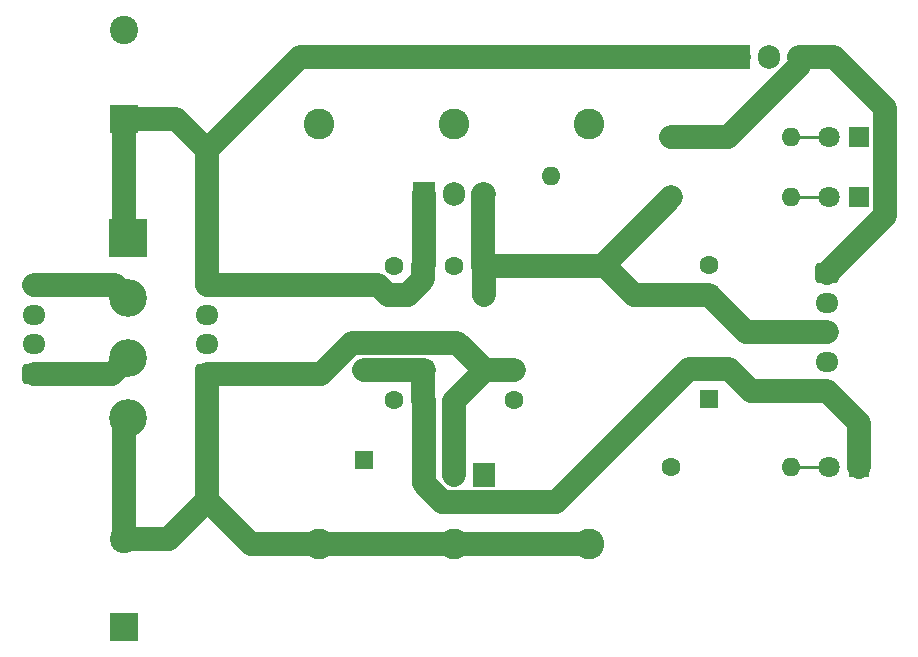
<source format=gtl>
G04 #@! TF.GenerationSoftware,KiCad,Pcbnew,(6.0.11)*
G04 #@! TF.CreationDate,2023-12-29T12:30:20+09:00*
G04 #@! TF.ProjectId,12V_Dual_5V_PSU,3132565f-4475-4616-9c5f-35565f505355,Ver. 1.1a*
G04 #@! TF.SameCoordinates,Original*
G04 #@! TF.FileFunction,Copper,L1,Top*
G04 #@! TF.FilePolarity,Positive*
%FSLAX46Y46*%
G04 Gerber Fmt 4.6, Leading zero omitted, Abs format (unit mm)*
G04 Created by KiCad (PCBNEW (6.0.11)) date 2023-12-29 12:30:20*
%MOMM*%
%LPD*%
G01*
G04 APERTURE LIST*
G04 Aperture macros list*
%AMRoundRect*
0 Rectangle with rounded corners*
0 $1 Rounding radius*
0 $2 $3 $4 $5 $6 $7 $8 $9 X,Y pos of 4 corners*
0 Add a 4 corners polygon primitive as box body*
4,1,4,$2,$3,$4,$5,$6,$7,$8,$9,$2,$3,0*
0 Add four circle primitives for the rounded corners*
1,1,$1+$1,$2,$3*
1,1,$1+$1,$4,$5*
1,1,$1+$1,$6,$7*
1,1,$1+$1,$8,$9*
0 Add four rect primitives between the rounded corners*
20,1,$1+$1,$2,$3,$4,$5,0*
20,1,$1+$1,$4,$5,$6,$7,0*
20,1,$1+$1,$6,$7,$8,$9,0*
20,1,$1+$1,$8,$9,$2,$3,0*%
G04 Aperture macros list end*
G04 #@! TA.AperFunction,ComponentPad*
%ADD10C,1.600000*%
G04 #@! TD*
G04 #@! TA.AperFunction,ComponentPad*
%ADD11O,1.600000X1.600000*%
G04 #@! TD*
G04 #@! TA.AperFunction,ComponentPad*
%ADD12R,1.600000X1.600000*%
G04 #@! TD*
G04 #@! TA.AperFunction,ComponentPad*
%ADD13C,3.200000*%
G04 #@! TD*
G04 #@! TA.AperFunction,ComponentPad*
%ADD14R,3.200000X3.200000*%
G04 #@! TD*
G04 #@! TA.AperFunction,ComponentPad*
%ADD15RoundRect,0.250000X0.725000X-0.600000X0.725000X0.600000X-0.725000X0.600000X-0.725000X-0.600000X0*%
G04 #@! TD*
G04 #@! TA.AperFunction,ComponentPad*
%ADD16O,1.950000X1.700000*%
G04 #@! TD*
G04 #@! TA.AperFunction,ComponentPad*
%ADD17O,1.905000X2.000000*%
G04 #@! TD*
G04 #@! TA.AperFunction,ComponentPad*
%ADD18R,1.905000X2.000000*%
G04 #@! TD*
G04 #@! TA.AperFunction,ComponentPad*
%ADD19C,2.600000*%
G04 #@! TD*
G04 #@! TA.AperFunction,ComponentPad*
%ADD20R,1.800000X1.800000*%
G04 #@! TD*
G04 #@! TA.AperFunction,ComponentPad*
%ADD21C,1.800000*%
G04 #@! TD*
G04 #@! TA.AperFunction,ComponentPad*
%ADD22R,2.400000X2.400000*%
G04 #@! TD*
G04 #@! TA.AperFunction,ComponentPad*
%ADD23C,2.400000*%
G04 #@! TD*
G04 #@! TA.AperFunction,ComponentPad*
%ADD24RoundRect,0.250000X-0.725000X0.600000X-0.725000X-0.600000X0.725000X-0.600000X0.725000X0.600000X0*%
G04 #@! TD*
G04 #@! TA.AperFunction,Conductor*
%ADD25C,2.000000*%
G04 #@! TD*
G04 #@! TA.AperFunction,Conductor*
%ADD26C,0.250000*%
G04 #@! TD*
G04 APERTURE END LIST*
D10*
X132100000Y-93726000D03*
X134600000Y-93726000D03*
D11*
X145415000Y-86106000D03*
D12*
X145415000Y-93726000D03*
D11*
X165735000Y-82858000D03*
D10*
X155575000Y-82858000D03*
D11*
X139700000Y-96193000D03*
D12*
X132080000Y-96193000D03*
D13*
X109570000Y-106650000D03*
X109570000Y-101570000D03*
X109570000Y-96490000D03*
D14*
X109570000Y-91410000D03*
D15*
X101600000Y-102870000D03*
D16*
X101600000Y-100370000D03*
X101600000Y-97870000D03*
X101600000Y-95370000D03*
D11*
X165735000Y-87938000D03*
D10*
X155575000Y-87938000D03*
D11*
X129540000Y-102543000D03*
D12*
X129540000Y-110163000D03*
D17*
X139700000Y-87630000D03*
X137160000Y-87630000D03*
D18*
X134620000Y-87630000D03*
D10*
X134600000Y-105083000D03*
X132100000Y-105083000D03*
D19*
X137160000Y-117275000D03*
X148590000Y-117275000D03*
X125730000Y-117275000D03*
D15*
X116315000Y-102870000D03*
D16*
X116315000Y-100370000D03*
X116315000Y-97870000D03*
X116315000Y-95370000D03*
D10*
X137240000Y-105083000D03*
X142240000Y-105083000D03*
D20*
X171475000Y-82858000D03*
D21*
X168935000Y-82858000D03*
X168910000Y-110798000D03*
D20*
X171450000Y-110798000D03*
D10*
X137180000Y-93726000D03*
X139680000Y-93726000D03*
X158750000Y-93693000D03*
D12*
X158750000Y-96193000D03*
D17*
X134620000Y-111433000D03*
X137160000Y-111433000D03*
D18*
X139700000Y-111433000D03*
D22*
X109220000Y-124340000D03*
D23*
X109220000Y-116840000D03*
D19*
X148590000Y-81715000D03*
X125730000Y-81715000D03*
X137160000Y-81715000D03*
D21*
X168915000Y-87938000D03*
D20*
X171455000Y-87938000D03*
D17*
X166370000Y-76062500D03*
X163830000Y-76062500D03*
D18*
X161290000Y-76062500D03*
D22*
X109220000Y-81280000D03*
D23*
X109220000Y-73780000D03*
D16*
X168800000Y-104368000D03*
X168800000Y-101868000D03*
X168800000Y-99368000D03*
X168800000Y-96868000D03*
D24*
X168800000Y-94368000D03*
D11*
X165735000Y-110798000D03*
D10*
X155575000Y-110798000D03*
D11*
X142240000Y-102543000D03*
D12*
X134620000Y-102543000D03*
D10*
X158750000Y-102495380D03*
D12*
X158750000Y-104995380D03*
D25*
X145415000Y-93726000D02*
X149787000Y-93726000D01*
X149787000Y-93726000D02*
X149860000Y-93653000D01*
X139680000Y-93726000D02*
X145415000Y-93726000D01*
X139680000Y-87650000D02*
X139700000Y-87630000D01*
X139680000Y-93726000D02*
X139680000Y-87650000D01*
X139700000Y-93746000D02*
X139680000Y-93726000D01*
X139700000Y-96193000D02*
X139700000Y-93746000D01*
X134620000Y-93706000D02*
X134600000Y-93726000D01*
X134620000Y-87630000D02*
X134620000Y-93706000D01*
X134600000Y-94857370D02*
X134600000Y-93726000D01*
X133264370Y-96193000D02*
X134600000Y-94857370D01*
X132080000Y-96193000D02*
X133264370Y-96193000D01*
X131597151Y-96193000D02*
X132080000Y-96193000D01*
X116315000Y-95370000D02*
X130774151Y-95370000D01*
X130774151Y-95370000D02*
X131597151Y-96193000D01*
D26*
X165735000Y-110798000D02*
X168910000Y-110798000D01*
X165735000Y-87938000D02*
X168915000Y-87938000D01*
X165735000Y-82858000D02*
X168935000Y-82858000D01*
D25*
X171450000Y-107018000D02*
X171450000Y-110798000D01*
X168800000Y-104368000D02*
X171450000Y-107018000D01*
X160347000Y-82858000D02*
X166370000Y-76835000D01*
X155575000Y-82858000D02*
X160347000Y-82858000D01*
X173675000Y-89493000D02*
X168800000Y-94368000D01*
X173675000Y-80415000D02*
X173675000Y-89493000D01*
X166370000Y-76062500D02*
X169322500Y-76062500D01*
X169322500Y-76062500D02*
X173675000Y-80415000D01*
X152400000Y-96193000D02*
X149860000Y-93653000D01*
X158750000Y-96193000D02*
X152400000Y-96193000D01*
X160450000Y-102495380D02*
X158750000Y-102495380D01*
X162322620Y-104368000D02*
X160450000Y-102495380D01*
X168800000Y-104368000D02*
X162322620Y-104368000D01*
X161925000Y-99368000D02*
X158750000Y-96193000D01*
X168800000Y-99368000D02*
X161925000Y-99368000D01*
X149860000Y-93653000D02*
X155575000Y-87938000D01*
X124182500Y-76062500D02*
X116315000Y-83930000D01*
X161290000Y-76062500D02*
X124182500Y-76062500D01*
X120035000Y-117275000D02*
X116315000Y-113555000D01*
X125730000Y-117275000D02*
X120035000Y-117275000D01*
X137160000Y-117275000D02*
X125730000Y-117275000D01*
X148590000Y-117275000D02*
X137160000Y-117275000D01*
X157050000Y-102495380D02*
X158750000Y-102495380D01*
X145812380Y-113733000D02*
X157050000Y-102495380D01*
X136207309Y-113733000D02*
X145812380Y-113733000D01*
X134620000Y-112145691D02*
X136207309Y-113733000D01*
X134620000Y-111433000D02*
X134620000Y-112145691D01*
X137480000Y-100243000D02*
X139780000Y-102543000D01*
X128587309Y-100243000D02*
X137480000Y-100243000D01*
X125960309Y-102870000D02*
X128587309Y-100243000D01*
X116315000Y-102870000D02*
X125960309Y-102870000D01*
X139780000Y-102543000D02*
X142240000Y-102543000D01*
X137240000Y-105083000D02*
X139780000Y-102543000D01*
X137160000Y-105163000D02*
X137240000Y-105083000D01*
X137160000Y-111433000D02*
X137160000Y-105163000D01*
X134620000Y-102543000D02*
X129540000Y-102543000D01*
X134600000Y-102563000D02*
X134620000Y-102543000D01*
X134600000Y-105083000D02*
X134600000Y-102563000D01*
X134620000Y-105103000D02*
X134600000Y-105083000D01*
X134620000Y-111433000D02*
X134620000Y-105103000D01*
X116315000Y-113555000D02*
X116315000Y-102870000D01*
X113030000Y-116840000D02*
X116315000Y-113555000D01*
X109220000Y-116840000D02*
X113030000Y-116840000D01*
X113665000Y-81280000D02*
X116315000Y-83930000D01*
X116315000Y-83930000D02*
X116315000Y-95370000D01*
X109220000Y-81280000D02*
X113665000Y-81280000D01*
X109220000Y-116840000D02*
X109220000Y-107000000D01*
X109220000Y-107000000D02*
X109570000Y-106650000D01*
X109220000Y-91060000D02*
X109570000Y-91410000D01*
X109220000Y-81280000D02*
X109220000Y-91060000D01*
X108270000Y-102870000D02*
X109570000Y-101570000D01*
X101600000Y-102870000D02*
X108270000Y-102870000D01*
X108450000Y-95370000D02*
X109570000Y-96490000D01*
X101600000Y-95370000D02*
X108450000Y-95370000D01*
M02*

</source>
